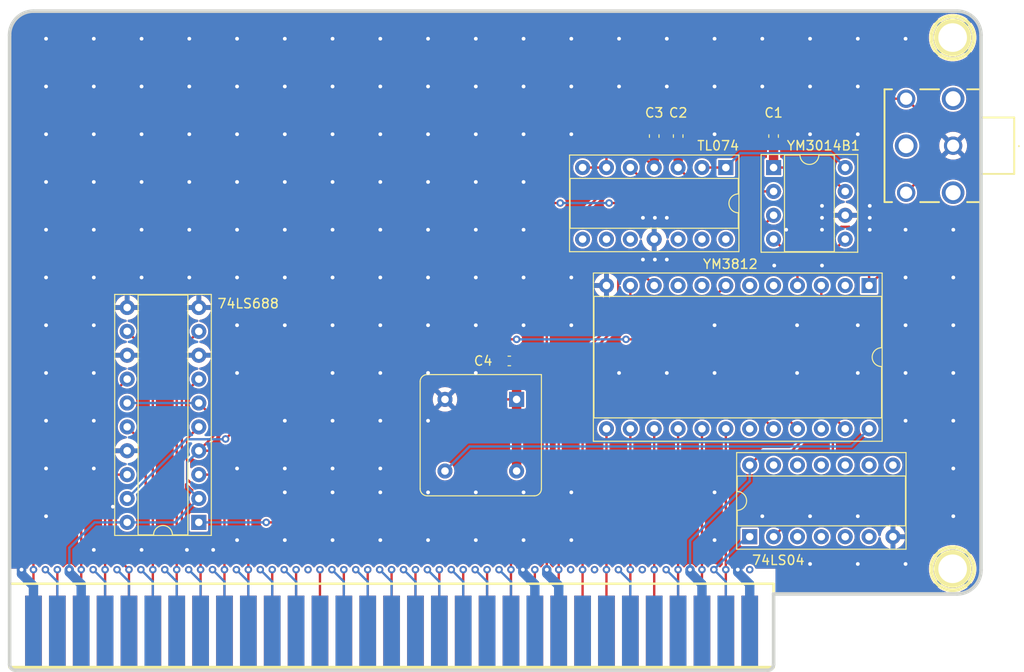
<source format=kicad_pcb>
(kicad_pcb (version 20211014) (generator pcbnew)
  (title_block (date "6 apr 2013"))
  (layers (0 "F.Cu" signal "Front") (1 "In1.Cu" signal) (2 "In2.Cu" signal) (31 "B.Cu" signal "Back") (34 "B.Paste" user) (35 "F.Paste" user) (36 "B.SilkS" user "B.Silkscreen") (37 "F.SilkS" user "F.Silkscreen") (38 "B.Mask" user) (39 "F.Mask" user) (44 "Edge.Cuts" user))
  (net 0 "")
  (net 1 "GND")
  (net 2 "RESET")
  (net 3 "VCC")
  (net 4 "~{RESET}")
  (net 6 "~{CS}")
  (net 9 "RB")
  (net 10 "VP")
  (net 11 "unconnected-(J1-Pad4)")
  (net 12 "IOW")
  (net 13 "IOR")
  (net 14 "unconnected-(J1-Pad6)")
  (net 15 "unconnected-(J1-Pad11)")
  (net 16 "unconnected-(J1-Pad12)")
  (net 17 "unconnected-(J1-Pad15)")
  (net 19 "unconnected-(J1-Pad16)")
  (net 20 "unconnected-(J1-Pad17)")
  (net 21 "unconnected-(J1-Pad18)")
  (net 22 "unconnected-(J1-Pad20)")
  (net 23 "unconnected-(J1-Pad21)")
  (net 24 "unconnected-(J1-Pad22)")
  (net 25 "unconnected-(J1-Pad23)")
  (net 26 "unconnected-(J1-Pad24)")
  (net 27 "unconnected-(J1-Pad25)")
  (net 28 "unconnected-(J1-Pad26)")
  (net 30 "D7")
  (net 31 "D6")
  (net 32 "D5")
  (net 33 "D4")
  (net 34 "D3")
  (net 35 "D2")
  (net 36 "D1")
  (net 37 "D0")
  (net 38 "unconnected-(J1-Pad27)")
  (net 39 "AEN")
  (net 40 "unconnected-(J1-Pad28)")
  (net 41 "unconnected-(J1-Pad30)")
  (net 42 "unconnected-(J1-Pad41)")
  (net 43 "unconnected-(J1-Pad43)")
  (net 44 "unconnected-(J1-Pad44)")
  (net 45 "unconnected-(J1-Pad45)")
  (net 46 "unconnected-(J1-Pad46)")
  (net 47 "unconnected-(J1-Pad47)")
  (net 48 "unconnected-(J1-Pad48)")
  (net 49 "unconnected-(J1-Pad49)")
  (net 50 "A9")
  (net 51 "A8")
  (net 52 "A7")
  (net 53 "A6")
  (net 54 "A5")
  (net 55 "A4")
  (net 56 "A3")
  (net 57 "A2")
  (net 58 "A1")
  (net 59 "A0")
  (net 60 "unconnected-(J1-Pad50)")
  (net 61 "unconnected-(J1-Pad51)")
  (net 62 "unconnected-(J1-Pad52)")
  (net 63 "OUT")
  (net 64 "MP")
  (net 65 "ToBUFF")
  (net 66 "CLK358")
  (net 67 "DAC_SYNC")
  (net 68 "DAC_DATA")
  (net 69 "DAC_CLK")
  (net 71 "~{IOW}")
  (net 72 "~{IOR}")
  (footprint "HOLE_3MM" (layer "F.Cu") (at 185.35 70.9975)
    (fp_text reference "HOLE1" hide)
    (fp_text value "CONN_1" hide)
  )
  (footprint "HOLE_3MM" (layer "F.Cu") (at 185.35 127.5125)
    (fp_text reference "HOLE2" hide)
    (fp_text value "CONN_1" hide)
  )
  (footprint "Capacitor_SMD:C_0603_1608Metric" (layer "F.Cu") (at 156.15 81.475 90)
    (fp_text reference "C2")
    (fp_text value "10uF")
  )
  (footprint "Capacitor_SMD:C_0603_1608Metric" (layer "F.Cu") (at 166.3 81.475 90)
    (fp_text reference "C1")
    (fp_text value "10uF")
  )
  (footprint "Connector:Conn_Bus_ISA8" (layer "F.Cu") (at 125.66 134.18)
    (fp_text reference "J1" hide)
    (fp_text value "Bus_ISA_8bit" hide)
  )
  (footprint "Package_DIP:DIP-8_W7.62mm_Socket" (layer "F.Cu") (at 166.3 84.825)
    (fp_text reference "YM3014B1")
    (fp_text value "Conn_02x04_Counter_Clockwise")
  )
  (footprint "Capacitor_SMD:C_0603_1608Metric" (layer "F.Cu") (at 138.185 105.4 180)
    (fp_text reference "C4")
    (fp_text value "10uF")
  )
  (footprint "Library:STX31003N" (layer "F.Cu") (at 185.4 82.5 180)
    (fp_text reference "J3" hide)
    (fp_text value "Conn_02x03_Counter_Clockwise" hide)
  )
  (footprint "Package_DIP:DIP-20_W7.62mm_Socket" (layer "F.Cu") (at 105.15 122.575 180)
    (fp_text reference "74LS688")
    (fp_text value "74LS688")
  )
  (footprint "Capacitor_SMD:C_0603_1608Metric" (layer "F.Cu") (at 153.6 81.475 90)
    (fp_text reference "C3")
    (fp_text value "10uF")
  )
  (footprint "Oscillator:Oscillator_DIP-8" (layer "F.Cu") (at 138.96 109.49 180)
    (fp_text reference "X1" hide)
    (fp_text value "CXO_DIP8")
  )
  (footprint "Package_DIP:DIP-14_W7.62mm_Socket" (layer "F.Cu") (at 163.76 124.1 90)
    (fp_text reference "74LS04")
    (fp_text value "74LS04")
  )
  (footprint "Package_DIP:DIP-14_W7.62mm_Socket" (layer "F.Cu") (at 161.22 84.825 -90)
    (fp_text reference "TL074")
    (fp_text value "TL074")
  )
  (footprint "Package_DIP:DIP-24_W15.24mm_Socket" (layer "F.Cu") (at 176.46 97.375 -90)
    (fp_text reference "YM3812")
    (fp_text value "Conn_02x12_Counter_Clockwise")
  )
  (gr_arc (start 188.363949 127.6475) (mid 187.62 129.443551) (end 185.823949 130.1875) (layer "Edge.Cuts") (width 0.381))
  (gr_arc (start 85.655 138.3075) (mid 85.205987 138.121513) (end 85.02 137.6725) (layer "Edge.Cuts") (width 0.381))
  (gr_arc (start 85.02 70.7275) (mid 85.763949 68.931449) (end 87.56 68.1875) (layer "Edge.Cuts") (width 0.381))
  (gr_line (start 185.823949 68.1875) (end 87.56 68.1875) (layer "Edge.Cuts") (width 0.381))
  (gr_line (start 85.655 138.3075) (end 165.665 138.3075) (layer "Edge.Cuts") (width 0.381))
  (gr_line (start 185.823949 130.1875) (end 166.3 130.1875) (layer "Edge.Cuts") (width 0.381))
  (gr_arc (start 166.3 137.6725) (mid 166.114013 138.121513) (end 165.665 138.3075) (layer "Edge.Cuts") (width 0.381))
  (gr_line (start 85.02 137.6725) (end 85.02 70.7275) (layer "Edge.Cuts") (width 0.381))
  (gr_line (start 188.363949 127.6475) (end 188.363949 70.7275) (layer "Edge.Cuts") (width 0.381))
  (gr_line (start 166.3 137.6725) (end 166.3 130.1875) (layer "Edge.Cuts") (width 0.381))
  (gr_arc (start 185.823949 68.1875) (mid 187.62 68.931449) (end 188.363949 70.7275) (layer "Edge.Cuts") (width 0.381))
  (via (at 152.33 127.6) (size 0.8) (drill 0.4) (layers "F.Cu" "B.Cu") (net 0))
  (via (at 116.77 127.6) (size 0.8) (drill 0.4) (layers "F.Cu" "B.Cu") (net 0))
  (via (at 144.71 127.6) (size 0.8) (drill 0.4) (layers "F.Cu" "B.Cu") (net 0))
  (via (at 163.76 127.6) (size 0.8) (drill 0.4) (layers "F.Cu" "B.Cu") (net 0))
  (via (at 147.25 127.6) (size 0.8) (drill 0.4) (layers "F.Cu" "B.Cu") (net 0))
  (via (at 139.7 71.12) (size 0.8) (drill 0.4) (layers "F.Cu" "B.Cu") (net 1))
  (via (at 129.54 124.46) (size 0.8) (drill 0.4) (layers "F.Cu" "B.Cu") (net 1))
  (via (at 129.54 119.38) (size 0.8) (drill 0.4) (layers "F.Cu" "B.Cu") (net 1))
  (via (at 154.94 76.2) (size 0.8) (drill 0.4) (layers "F.Cu" "B.Cu") (net 1))
  (via (at 180.34 127) (size 0.8) (drill 0.4) (layers "F.Cu" "B.Cu") (net 1))
  (via (at 154.94 106.68) (size 0.8) (drill 0.4) (layers "F.Cu" "B.Cu") (net 1))
  (via (at 185.42 91.44) (size 0.8) (drill 0.4) (layers "F.Cu" "B.Cu") (net 1))
  (via (at 114.3 119.38) (size 0.8) (drill 0.4) (layers "F.Cu" "B.Cu") (net 1))
  (via (at 171.45 95.25) (size 0.8) (drill 0.4) (layers "F.Cu" "B.Cu") (net 1))
  (via (at 176.53 88.9) (size 0.8) (drill 0.4) (layers "F.Cu" "B.Cu") (net 1))
  (via (at 93.98 71.12) (size 0.8) (drill 0.4) (layers "F.Cu" "B.Cu") (net 1))
  (via (at 124.46 96.52) (size 0.8) (drill 0.4) (layers "F.Cu" "B.Cu") (net 1))
  (via (at 160.02 101.6) (size 0.8) (drill 0.4) (layers "F.Cu" "B.Cu") (net 1))
  (via (at 114.3 81.28) (size 0.8) (drill 0.4) (layers "F.Cu" "B.Cu") (net 1))
  (via (at 99.06 81.28) (size 0.8) (drill 0.4) (layers "F.Cu" "B.Cu") (net 1))
  (via (at 152.4 94.615) (size 0.8) (drill 0.4) (layers "F.Cu" "B.Cu") (net 1))
  (via (at 139.7 86.36) (size 0.8) (drill 0.4) (layers "F.Cu" "B.Cu") (net 1))
  (via (at 154.94 94.615) (size 0.8) (drill 0.4) (layers "F.Cu" "B.Cu") (net 1))
  (via (at 180.34 101.6) (size 0.8) (drill 0.4) (layers "F.Cu" "B.Cu") (net 1))
  (via (at 175.26 106.68) (size 0.8) (drill 0.4) (layers "F.Cu" "B.Cu") (net 1))
  (via (at 119.38 106.68) (size 0.8) (drill 0.4) (layers "F.Cu" "B.Cu") (net 1))
  (via (at 175.26 81.28) (size 0.8) (drill 0.4) (layers "F.Cu" "B.Cu") (net 1))
  (via (at 114.3 111.76) (size 0.8) (drill 0.4) (layers "F.Cu" "B.Cu") (net 1))
  (via (at 153.67 90.17) (size 0.8) (drill 0.4) (layers "F.Cu" "B.Cu") (net 1))
  (via (at 160.02 119.38) (size 0.8) (drill 0.4) (layers "F.Cu" "B.Cu") (net 1))
  (via (at 134.62 71.12) (size 0.8) (drill 0.4) (layers "F.Cu" "B.Cu") (net 1))
  (via (at 99.06 71.12) (size 0.8) (drill 0.4) (layers "F.Cu" "B.Cu") (net 1))
  (via (at 99.06 86.36) (size 0.8) (drill 0.4) (layers "F.Cu" "B.Cu") (net 1))
  (via (at 185.42 116.84) (size 0.8) (drill 0.4) (layers "F.Cu" "B.Cu") (net 1))
  (via (at 139.63 127.6) (size 0.8) (drill 0.4) (layers "F.Cu" "B.Cu") (net 1))
  (via (at 93.98 76.2) (size 0.8) (drill 0.4) (layers "F.Cu" "B.Cu") (net 1))
  (via (at 93.98 86.36) (size 0.8) (drill 0.4) (layers "F.Cu" "B.Cu") (net 1))
  (via (at 99.06 91.44) (size 0.8) (drill 0.4) (layers "F.Cu" "B.Cu") (net 1))
  (via (at 129.54 81.28) (size 0.8) (drill 0.4) (layers "F.Cu" "B.Cu") (net 1))
  (via (at 93.98 81.28) (size 0.8) (drill 0.4) (layers "F.Cu" "B.Cu") (net 1))
  (via (at 88.9 81.28) (size 0.8) (drill 0.4) (layers "F.Cu" "B.Cu") (net 1))
  (via (at 88.9 116.84) (size 0.8) (drill 0.4) (layers "F.Cu" "B.Cu") (net 1))
  (via (at 160.02 124.46) (size 0.8) (drill 0.4) (layers "F.Cu" "B.Cu") (net 1))
  (via (at 93.98 106.68) (size 0.8) (drill 0.4) (layers "F.Cu" "B.Cu") (net 1))
  (via (at 134.62 91.44) (size 0.8) (drill 0.4) (layers "F.Cu" "B.Cu") (net 1))
  (via (at 109.22 116.84) (size 0.8) (drill 0.4) (layers "F.Cu" "B.Cu") (net 1))
  (via (at 96.012 120.904) (size 0.8) (drill 0.4) (layers "F.Cu" "B.Cu") (net 1))
  (via (at 119.38 101.6) (size 0.8) (drill 0.4) (layers "F.Cu" "B.Cu") (net 1))
  (via (at 139.7 96.52) (size 0.8) (drill 0.4) (layers "F.Cu" "B.Cu") (net 1))
  (via (at 170.18 127) (size 0.8) (drill 0.4) (layers "F.Cu" "B.Cu") (net 1))
  (via (at 93.98 96.52) (size 0.8) (drill 0.4) (layers "F.Cu" "B.Cu") (net 1))
  (via (at 153.67 94.615) (size 0.8) (drill 0.4) (layers "F.Cu" "B.Cu") (net 1))
  (via (at 134.62 76.2) (size 0.8) (drill 0.4) (layers "F.Cu" "B.Cu") (net 1))
  (via (at 88.9 121.92) (size 0.8) (drill 0.4) (layers "F.Cu" "B.Cu") (net 1))
  (via (at 185.42 106.68) (size 0.8) (drill 0.4) (layers "F.Cu" "B.Cu") (net 1))
  (via (at 114.3 116.84) (size 0.8) (drill 0.4) (layers "F.Cu" "B.Cu") (net 1))
  (via (at 168.8 106.68) (size 0.8) (drill 0.4) (layers "F.Cu" "B.Cu") (net 1))
  (via (at 144.78 81.28) (size 0.8) (drill 0.4) (layers "F.Cu" "B.Cu") (net 1))
  (via (at 160.02 76.2) (size 0.8) (drill 0.4) (layers "F.Cu" "B.Cu") (net 1))
  (via (at 124.46 76.2) (size 0.8) (drill 0.4) (layers "F.Cu" "B.Cu") (net 1))
  (via (at 88.9 111.76) (size 0.8) (drill 0.4) (layers "F.Cu" "B.Cu") (net 1))
  (via (at 119.38 86.36) (size 0.8) (drill 0.4) (layers "F.Cu" "B.Cu") (net 1))
  (via (at 129.54 101.6) (size 0.8) (drill 0.4) (layers "F.Cu" "B.Cu") (net 1))
  (via (at 170.18 71.12) (size 0.8) (drill 0.4) (layers "F.Cu" "B.Cu") (net 1))
  (via (at 144.78 71.12) (size 0.8) (drill 0.4) (layers "F.Cu" "B.Cu") (net 1))
  (via (at 166.37 95.25) (size 0.8) (drill 0.4) (layers "F.Cu" "B.Cu") (net 1))
  (via (at 185.42 101.6) (size 0.8) (drill 0.4) (layers "F.Cu" "B.Cu") (net 1))
  (via (at 124.46 116.84) (size 0.8) (drill 0.4) (layers "F.Cu" "B.Cu") (net 1))
  (via (at 114.3 91.44) (size 0.8) (drill 0.4) (layers "F.Cu" "B.Cu") (net 1))
  (via (at 165.1 71.12) (size 0.8) (drill 0.4) (layers "F.Cu" "B.Cu") (net 1))
  (via (at 119.38 71.12) (size 0.8) (drill 0.4) (layers "F.Cu" "B.Cu") (net 1))
  (via (at 109.22 71.12) (size 0.8) (drill 0.4) (layers "F.Cu" "B.Cu") (net 1))
  (via (at 168.8 101.6) (size 0.8) (drill 0.4) (layers "F.Cu" "B.Cu") (net 1))
  (via (at 88.9 76.2) (size 0.8) (drill 0.4) (layers "F.Cu" "B.Cu") (net 1))
  (via (at 144.78 124.46) (size 0.8) (drill 0.4) (layers "F.Cu" "B.Cu") (net 1))
  (via (at 180.34 111.76) (size 0.8) (drill 0.4) (layers "F.Cu" "B.Cu") (net 1))
  (via (at 114.3 76.2) (size 0.8) (drill 0.4) (layers "F.Cu" "B.Cu") (net 1))
  (via (at 139.7 101.6) (size 0.8) (drill 0.4) (layers "F.Cu" "B.Cu") (net 1))
  (via (at 134.62 96.52) (size 0.8) (drill 0.4) (layers "F.Cu" "B.Cu") (net 1))
  (via (at 88.9 96.52) (size 0.8) (drill 0.4) (layers "F.Cu" "B.Cu") (net 1))
  (via (at 185.42 96.52) (size 0.8) (drill 0.4) (layers "F.Cu" "B.Cu") (net 1))
  (via (at 171.45 90.17) (size 0.8) (drill 0.4) (layers "F.Cu" "B.Cu") (net 1))
  (via (at 176.53 91.44) (size 0.8) (drill 0.4) (layers "F.Cu" "B.Cu") (net 1))
  (via (at 99.06 76.2) (size 0.8) (drill 0.4) (layers "F.Cu" "B.Cu") (net 1))
  (via (at 139.7 76.2) (size 0.8) (drill 0.4) (layers "F.Cu" "B.Cu") (net 1))
  (via (at 119.38 81.28) (size 0.8) (drill 0.4) (layers "F.Cu" "B.Cu") (net 1))
  (via (at 124.46 71.12) (size 0.8) (drill 0.4) (layers "F.Cu" "B.Cu") (net 1))
  (via (at 109.22 76.2) (size 0.8) (drill 0.4) (layers "F.Cu" "B.Cu") (net 1))
  (via (at 114.3 124.46) (size 0.8) (drill 0.4) (layers "F.Cu" "B.Cu") (net 1))
  (via (at 104.14 76.2) (size 0.8) (drill 0.4) (layers "F.Cu" "B.Cu") (net 1))
  (via (at 119.38 116.84) (size 0.8) (drill 0.4) (layers "F.Cu" "B.Cu") (net 1))
  (via (at 134.62 101.6) (size 0.8) (drill 0.4) (layers "F.Cu" "B.Cu") (net 1))
  (via (at 93.98 101.6) (size 0.8) (drill 0.4) (layers "F.Cu" "B.Cu") (net 1))
  (via (at 175.26 127) (size 0.8) (drill 0.4) (layers "F.Cu" "B.Cu") (net 1))
  (via (at 185.42 111.76) (size 0.8) (drill 0.4) (layers "F.Cu" "B.Cu") (net 1))
  (via (at 134.62 86.36) (size 0.8) (drill 0.4) (layers "F.Cu" "B.Cu") (net 1))
  (via (at 124.46 111.76) (size 0.8) (drill 0.4) (layers "F.Cu" "B.Cu") (net 1))
  (via (at 170.18 81.28) (size 0.8) (drill 0.4) (layers "F.Cu" "B.Cu") (net 1))
  (via (at 160.02 106.68) (size 0.8) (drill 0.4) (layers "F.Cu" "B.Cu") (net 1))
  (via (at 93.98 116.84) (size 0.8) (drill 0.4) (layers "F.Cu" "B.Cu") (net 1))
  (via (at 129.54 111.76) (size 0.8) (drill 0.4) (layers "F.Cu" "B.Cu") (net 1))
  (via (at 104.14 96.52) (size 0.8) (drill 0.4) (layers "F.Cu" "B.Cu") (net 1))
  (via (at 99.06 96.52) (size 0.8) (drill 0.4) (layers "F.Cu" "B.Cu") (net 1))
  (via (at 99.06 125.5) (size 0.8) (drill 0.4) (layers "F.Cu" "B.Cu") (net 1))
  (via (at 144.78 119.38) (size 0.8) (drill 0.4) (layers "F.Cu" "B.Cu") (net 1))
  (via (at 104.14 86.36) (size 0.8) (drill 0.4) (layers "F.Cu" "B.Cu") (net 1))
  (via (at 129.54 71.12) (size 0.8) (drill 0.4) (layers "F.Cu" "B.Cu") (net 1))
  (via (at 114.3 101.6) (size 0.8) (drill 0.4) (layers "F.Cu" "B.Cu") (net 1))
  (via (at 149.86 71.12) (size 0.8) (drill 0.4) (layers "F.Cu" "B.Cu") (net 1))
  (via (at 86.29 127.6) (size 0.8) (drill 0.4) (layers "F.Cu" "B.Cu") (net 1))
  (via (at 162.49 127.6) (size 0.8) (drill 0.4) (layers "F.Cu" "B.Cu") (net 1))
  (via (at 124.46 101.6) (size 0.8) (drill 0.4) (layers "F.Cu" "B.Cu") (net 1))
  (via (at 88.9 91.44) (size 0.8) (drill 0.4) (layers "F.Cu" "B.Cu") (net 1))
  (via (at 180.34 106.68) (size 0.8) (drill 0.4) (layers "F.Cu" "B.Cu") (net 1))
  (via (at 109.22 96.52) (size 0.8) (drill 0.4) (layers "F.Cu" "B.Cu") (net 1))
  (via (at 124.46 119.38) (size 0.8) (drill 0.4) (layers "F.Cu" "B.Cu") (net 1))
  (via (at 134.62 119.38) (size 0.8) (drill 0.4) (layers "F.Cu" "B.Cu") (net 1))
  (via (at 88.9 71.12) (size 0.8) (drill 0.4) (layers "F.Cu" "B.Cu") (net 1))
  (via (at 124.46 86.36) (size 0.8) (drill 0.4) (layers "F.Cu" "B.Cu") (net 1))
  (via (at 119.38 76.2) (size 0.8) (drill 0.4) (layers "F.Cu" "B.Cu") (net 1))
  (via (at 167.64 91.44) (size 0.8) (drill 0.4) (layers "F.Cu" "B.Cu") (net 1))
  (via (at 109.22 106.68) (size 0.8) (drill 0.4) (layers "F.Cu" "B.Cu") (net 1))
  (via (at 103.886 125.5) (size 0.8) (drill 0.4) (layers "F.Cu" "B.Cu") (net 1))
  (via (at 119.38 124.46) (size 0.8) (drill 0.4) (layers "F.Cu" "B.Cu") (net 1))
  (via (at 129.54 96.52) (size 0.8) (drill 0.4) (layers "F.Cu" "B.Cu") (net 1))
  (via (at 104.14 71.12) (size 0.8) (drill 0.4) (layers "F.Cu" "B.Cu") (net 1))
  (via (at 171.45 88.9) (size 0.8) (drill 0.4) (layers "F.Cu" "B.Cu") (net 1))
  (via (at 170.18 121.92) (size 0.8) (drill 0.4) (layers "F.Cu" "B.Cu") (net 1))
  (via (at 165.1 121.92) (size 0.8) (drill 0.4) (layers "F.Cu" "B.Cu") (net 1))
  (via (at 185.42 121.92) (size 0.8) (drill 0.4) (layers "F.Cu" "B.Cu") (net 1))
  (via (at 129.54 86.36) (size 0.8) (drill 0.4) (layers "F.Cu" "B.Cu") (net 1))
  (via (at 160.02 81.28) (size 0.8) (drill 0.4) (layers "F.Cu" "B.Cu") (net 1))
  (via (at 152.4 90.17) (size 0.8) (drill 0.4) (layers "F.Cu" "B.Cu") (net 1))
  (via (at 175.26 76.2) (size 0.8) (drill 0.4) (layers "F.Cu" "B.Cu") (net 1))
  (via (at 129.54 76.2) (size 0.8) (drill 0.4) (layers "F.Cu" "B.Cu") (net 1))
  (via (at 109.22 81.28) (size 0.8) (drill 0.4) (layers "F.Cu" "B.Cu") (net 1))
  (via (at 109.22 91.44) (size 0.8) (drill 0.4) (layers "F.Cu" "B.Cu") (net 1))
  (via (at 129.54 91.44) (size 0.8) (drill 0.4) (layers "F.Cu" "B.Cu") (net 1))
  (via (at 149.86 106.68) (size 0.8) (drill 0.4) (layers "F.Cu" "B.Cu") (net 1))
  (via (at 93.98 125.5) (size 0.8) (drill 0.4) (layers "F.Cu" "B.Cu") (net 1))
  (via (at 176.53 90.17) (size 0.8) (drill 0.4) (layers "F.Cu" "B.Cu") (net 1))
  (via (at 180.34 91.44) (size 0.8) (drill 0.4) (layers "F.Cu" "B.Cu") (net 1))
  (via (at 170.18 76.2) (size 0.8) (drill 0.4) (layers "F.Cu" "B.Cu") (net 1))
  (via (at 175.26 101.6) (size 0.8) (drill 0.4) (layers "F.Cu" "B.Cu") (net 1))
  (via (at 134.62 81.28) (size 0.8) (drill 0.4) (layers "F.Cu" "B.Cu") (net 1))
  (via (at 119.38 119.38) (size 0.8) (drill 0.4) (layers "F.Cu" "B.Cu") (net 1))
  (via (at 124.46 91.44) (size 0.8) (drill 0.4) (layers "F.Cu" "B.Cu") (net 1))
  (via (at 180.34 71.12) (size 0.8) (drill 0.4) (layers "F.Cu" "B.Cu") (net 1))
  (via (at 119.38 96.52) (size 0.8) (drill 0.4) (layers "F.Cu" "B.Cu") (net 1))
  (via (at 129.54 106.68) (size 0.8) (drill 0.4) (layers "F.Cu" "B.Cu") (net 1))
  (via (at 160.02 71.12) (size 0.8) (drill 0.4) (layers "F.Cu" "B.Cu") (net 1))
  (via (at 180.34 96.52) (size 0.8) (drill 0.4) (layers "F.Cu" "B.Cu") (net 1))
  (via (at 139.7 81.28) (size 0.8) (drill 0.4) (layers "F.Cu" "B.Cu") (net 1))
  (via (at 93.98 111.76) (size 0.8) (drill 0.4) (layers "F.Cu" "B.Cu") (net 1))
  (via (at 93.98 91.44) (size 0.8) (drill 0.4) (layers "F.Cu" "B.Cu") (net 1))
  (via (at 119.38 111.76) (size 0.8) (drill 0.4) (layers "F.Cu" "B.Cu") (net 1))
  (via (at 154.94 71.12) (size 0.8) (drill 0.4) (layers "F.Cu" "B.Cu") (net 1))
  (via (at 114.3 86.36) (size 0.8) (drill 0.4) (layers "F.Cu" "B.Cu") (net 1))
  (via (at 88.9 86.36) (size 0.8) (drill 0.4) (layers "F.Cu" "B.Cu") (net 1))
  (via (at 139.7 91.44) (size 0.8) (drill 0.4) (layers "F.Cu" "B.Cu") (net 1))
  (via (at 114.3 96.52) (size 0.8) (drill 0.4) (layers "F.Cu" "B.Cu") (net 1))
  (via (at 144.78 96.52) (size 0.8) (drill 0.4) (layers "F.Cu" "B.Cu") (net 1))
  (via (at 175.26 121.92) (size 0.8) (drill 0.4) (layers "F.Cu" "B.Cu") (net 1))
  (via (at 165.1 76.2) (size 0.8) (drill 0.4) (layers "F.Cu" "B.Cu") (net 1))
  (via (at 144.78 101.6) (size 0.8) (drill 0.4) (layers "F.Cu" "B.Cu") (net 1))
  (via (at 104.14 91.44) (size 0.8) (drill 0.4) (layers "F.Cu" "B.Cu") (net 1))
  (via (at 144.78 76.2) (size 0.8) (drill 0.4) (layers "F.Cu" "B.Cu") (net 1))
  (via (at 175.26 71.12) (size 0.8) (drill 0.4) (layers "F.Cu" "B.Cu") (net 1))
  (via (at 104.14 81.28) (size 0.8) (drill 0.4) (layers "F.Cu" "B.Cu") (net 1))
  (via (at 149.86 76.2) (size 0.8) (drill 0.4) (layers "F.Cu" "B.Cu") (net 1))
  (via (at 171.45 91.44) (size 0.8) (drill 0.4) (layers "F.Cu" "B.Cu") (net 1))
  (via (at 88.9 101.6) (size 0.8) (drill 0.4) (layers "F.Cu" "B.Cu") (net 1))
  (via (at 124.46 124.46) (size 0.8) (drill 0.4) (layers "F.Cu" "B.Cu") (net 1))
  (via (at 154.94 90.17) (size 0.8) (drill 0.4) (layers "F.Cu" "B.Cu") (net 1))
  (via (at 106.68 125.5) (size 0.8) (drill 0.4) (layers "F.Cu" "B.Cu") (net 1))
  (via (at 109.22 101.6) (size 0.8) (drill 0.4) (layers "F.Cu" "B.Cu") (net 1))
  (via (at 124.46 106.68) (size 0.8) (drill 0.4) (layers "F.Cu" "B.Cu") (net 1))
  (via (at 109.22 86.36) (size 0.8) (drill 0.4) (layers "F.Cu" "B.Cu") (net 1))
  (via (at 114.3 71.12) (size 0.8) (drill 0.4) (layers "F.Cu" "B.Cu") (net 1))
  (via (at 134.62 106.68) (size 0.8) (drill 0.4) (layers "F.Cu" "B.Cu") (net 1))
  (via (at 109.22 124.46) (size 0.8) (drill 0.4) (layers "F.Cu" "B.Cu") (net 1))
  (via (at 139.7 119.38) (size 0.8) (drill 0.4) (layers "F.Cu" "B.Cu") (net 1))
  (via (at 134.62 124.46) (size 0.8) (drill 0.4) (layers "F.Cu" "B.Cu") (net 1))
  (via (at 139.7 124.46) (size 0.8) (drill 0.4) (layers "F.Cu" "B.Cu") (net 1))
  (via (at 88.9 106.68) (size 0.8) (drill 0.4) (layers "F.Cu" "B.Cu") (net 1))
  (via (at 119.38 91.44) (size 0.8) (drill 0.4) (layers "F.Cu" "B.Cu") (net 1))
  (via (at 124.46 81.28) (size 0.8) (drill 0.4) (layers "F.Cu" "B.Cu") (net 1))
  (segment (start 86.29 127.6) (end 86.29 124.53) (width 1) (layer "B.Cu") (net 1))
  (segment (start 87.56 129.34) (end 86.29 128.07) (width 1) (layer "B.Cu") (net 1))
  (segment (start 139.63 127.884944) (end 139.63 127.6) (width 1) (layer "B.Cu") (net 1))
  (segment (start 139.63 124.53) (end 139.7 124.46) (width 1) (layer "B.Cu") (net 1))
  (segment (start 140.9 129.154944) (end 139.63 127.884944) (width 1) (layer "B.Cu") (net 1))
  (segment (start 86.29 124.53) (end 88.9 121.92) (width 1) (layer "B.Cu") (net 1))
  (segment (start 140.9 134.18) (end 140.9 129.154944) (width 1) (layer "B.Cu") (net 1))
  (segment (start 163.76 129.154944) (end 162.49 127.884944) (width 1) (layer "B.Cu") (net 1))
  (segment (start 169.680489 126.500489) (end 170.18 127) (width 1) (layer "B.Cu") (net 1))
  (segment (start 86.29 128.07) (end 86.29 127.6) (width 1) (layer "B.Cu") (net 1))
  (segment (start 162.49 127.884944) (end 162.49 127.6) (width 1) (layer "B.Cu") (net 1))
  (segment (start 139.63 127.6) (end 139.63 124.53) (width 1) (layer "B.Cu") (net 1))
  (segment (start 162.49 127.6) (end 162.49 127.315056) (width 1) (layer "B.Cu") (net 1))
  (segment (start 163.304567 126.500489) (end 169.680489 126.500489) (width 1) (layer "B.Cu") (net 1))
  (segment (start 162.49 127.315056) (end 163.304567 126.500489) (width 1) (layer "B.Cu") (net 1))
  (segment (start 163.76 134.18) (end 163.76 129.154944) (width 1) (layer "B.Cu") (net 1))
  (segment (start 87.56 134.18) (end 87.56 129.34) (width 1) (layer "B.Cu") (net 1))
  (via (at 159.95 127.6) (size 0.8) (drill 0.4) (layers "F.Cu" "B.Cu") (net 2))
  (segment (start 163.45 124.1) (end 163.76 124.1) (width 0.25) (layer "B.Cu") (net 2))
  (segment (start 161.22 134.18) (end 161.22 128.87) (width 0.25) (layer "B.Cu") (net 2))
  (segment (start 159.95 127.6) (end 163.45 124.1) (width 0.25) (layer "B.Cu") (net 2))
  (segment (start 161.22 128.87) (end 159.95 127.6) (width 0.25) (layer "B.Cu") (net 2))
  (segment (start 173.41279 86.049511) (end 175.449511 86.049511) (width 0.25) (layer "F.Cu") (net 3))
  (segment (start 105.15 114.955) (end 130.745 114.955) (width 0.25) (layer "F.Cu") (net 3))
  (segment (start 166.3 84.825) (end 172.188279 84.825) (width 0.25) (layer "F.Cu") (net 3))
  (segment (start 105.15 109.875) (end 106.7 111.425) (width 0.25) (layer "F.Cu") (net 3))
  (segment (start 106.7 111.425) (end 106.7 113.405) (width 0.25) (layer "F.Cu") (net 3))
  (segment (start 172.188279 84.825) (end 173.41279 86.049511) (width 0.25) (layer "F.Cu") (net 3))
  (segment (start 136.21 109.49) (end 138.96 109.49) (width 0.25) (layer "F.Cu") (net 3))
  (segment (start 138.96 117.11) (end 138.96 109.49) (width 1) (layer "F.Cu") (net 3))
  (segment (start 166.3 84.825) (end 166.3 82.25) (width 1) (layer "F.Cu") (net 3))
  (segment (start 106.7 113.405) (end 105.15 114.955) (width 0.25) (layer "F.Cu") (net 3))
  (segment (start 175.449511 86.049511) (end 177.6 88.2) (width 0.25) (layer "F.Cu") (net 3))
  (segment (start 170.064511 113.135489) (end 168.2 115) (width 0.25) (layer "F.Cu") (net 3))
  (segment (start 168.2 115) (end 165.24 115) (width 0.25) (layer "F.Cu") (net 3))
  (segment (start 177.6 96.235) (end 176.46 97.375) (width 0.25) (layer "F.Cu") (net 3))
  (segment (start 170.064511 94.568768) (end 170.064511 113.135489) (width 0.25) (layer "F.Cu") (net 3))
  (segment (start 130.745 114.955) (end 136.21 109.49) (width 0.25) (layer "F.Cu") (net 3))
  (segment (start 173.503768 91.129511) (end 170.064511 94.568768) (width 0.25) (layer "F.Cu") (net 3))
  (segment (start 165.24 115) (end 163.76 116.48) (width 0.25) (layer "F.Cu") (net 3))
  (segment (start 174.336232 91.129511) (end 173.503768 91.129511) (width 0.25) (layer "F.Cu") (net 3))
  (segment (start 177.6 88.2) (end 177.6 96.235) (width 0.25) (layer "F.Cu") (net 3))
  (segment (start 176.46 97.375) (end 176.46 93.253279) (width 0.25) (layer "F.Cu") (net 3))
  (segment (start 138.96 109.49) (end 138.96 105.4) (width 1) (layer "F.Cu") (net 3))
  (segment (start 176.46 93.253279) (end 174.336232 91.129511) (width 0.25) (layer "F.Cu") (net 3))
  (via (at 91.37 127.6) (size 0.8) (drill 0.4) (layers "F.Cu" "B.Cu") (net 3))
  (via (at 157.41 127.6) (size 0.8) (drill 0.4) (layers "F.Cu" "B.Cu") (net 3))
  (segment (start 94.075 122.575) (end 91.37 125.28) (width 0.25) (layer "B.Cu") (net 3))
  (segment (start 97.53 122.575) (end 94.075 122.575) (width 0.25) (layer "B.Cu") (net 3))
  (segment (start 103.925489 118.810489) (end 105.15 120.035) (width 0.25) (layer "B.Cu") (net 3))
  (segment (start 157.41 124.53) (end 157.41 127.6) (width 0.25) (layer "B.Cu") (net 3))
  (segment (start 97.53 109.875) (end 105.15 109.875) (width 0.25) (layer "B.Cu") (net 3))
  (segment (start 91.37 125.28) (end 91.37 127.6) (width 0.25) (layer "B.Cu") (net 3))
  (segment (start 92.64 134.18) (end 92.64 129.154944) (width 1) (layer "B.Cu") (net 3))
  (segment (start 103.925489 116.179511) (end 103.925489 118.810489) (width 0.25) (layer "B.Cu") (net 3))
  (segment (start 91.37 127.884944) (end 91.37 127.6) (width 1) (layer "B.Cu") (net 3))
  (segment (start 105.15 114.955) (end 103.925489 116.179511) (width 0.25) (layer "B.Cu") (net 3))
  (segment (start 158.68 134.18) (end 158.68 129.154944) (width 1) (layer "B.Cu") (net 3))
  (segment (start 157.41 127.884944) (end 157.41 127.6) (width 1) (layer "B.Cu") (net 3))
  (segment (start 92.64 129.154944) (end 91.37 127.884944) (width 1) (layer "B.Cu") (net 3))
  (segment (start 102.61 122.575) (end 105.15 120.035) (width 0.25) (layer "B.Cu") (net 3))
  (segment (start 163.76 116.48) (end 163.76 118.18) (width 0.25) (layer "B.Cu") (net 3))
  (segment (start 163.76 118.18) (end 157.41 124.53) (width 0.25) (layer "B.Cu") (net 3))
  (segment (start 158.68 129.154944) (end 157.41 127.884944) (width 1) (layer "B.Cu") (net 3))
  (segment (start 97.53 122.575) (end 102.61 122.575) (width 0.25) (layer "B.Cu") (net 3))
  (segment (start 172.604511 117.795489) (end 166.3 124.1) (width 0.25) (layer "F.Cu") (net 4))
  (segment (start 172.604511 112.10779) (end 172.604511 117.795489) (width 0.25) (layer "F.Cu") (net 4))
  (segment (start 171.38 110.883279) (end 172.604511 112.10779) (width 0.25) (layer "F.Cu") (net 4))
  (segment (start 171.38 97.375) (end 171.38 110.883279) (width 0.25) (layer "F.Cu") (net 4))
  (segment (start 118.6 103.1) (end 108 113.7) (width 0.25) (layer "F.Cu") (net 6))
  (segment (start 155.495 103.1) (end 150.6 103.1) (width 0.25) (layer "F.Cu") (net 6))
  (segment (start 161.22 97.375) (end 155.495 103.1) (width 0.25) (layer "F.Cu") (net 6))
  (segment (start 138.96 103.1) (end 118.6 103.1) (width 0.25) (layer "F.Cu") (net 6))
  (via (at 108 113.7) (size 0.8) (drill 0.4) (layers "F.Cu" "B.Cu") (net 6))
  (via (at 150.6 103.1) (size 0.8) (drill 0.4) (layers "F.Cu" "B.Cu") (net 6))
  (via (at 138.96 103.1) (size 0.8) (drill 0.4) (layers "F.Cu" "B.Cu") (net 6))
  (segment (start 150.6 103.1) (end 138.96 103.1) (width 0.25) (layer "B.Cu") (net 6))
  (segment (start 97.53 120.035) (end 103.834511 113.730489) (width 0.25) (layer "B.Cu") (net 6))
  (segment (start 107.969511 113.730489) (end 108 113.7) (width 0.25) (layer "B.Cu") (net 6))
  (segment (start 103.834511 113.730489) (end 107.969511 113.730489) (width 0.25) (layer "B.Cu") (net 6))
  (segment (start 157.41 86.095) (end 156.14 84.825) (width 0.25) (layer "F.Cu") (net 9))
  (segment (start 172.65 86.095) (end 157.41 86.095) (width 0.25) (layer "F.Cu") (net 9))
  (segment (start 156.15 84.815) (end 156.14 84.825) (width 1) (layer "F.Cu") (net 9))
  (segment (start 156.15 82.25) (end 156.15 84.815) (width 1) (layer "F.Cu") (net 9))
  (segment (start 173.92 87.365) (end 172.65 86.095) (width 0.25) (layer "F.Cu") (net 9))
  (segment (start 152.075 83.3) (end 150.4 83.3) (width 0.25) (layer "F.Cu") (net 10))
  (segment (start 149.835489 83.864511) (end 149.835489 85.764511) (width 0.25) (layer "F.Cu") (net 10))
  (segment (start 153.6 84.825) (end 153.6 82.25) (width 1) (layer "F.Cu") (net 10))
  (segment (start 142.17 93.43) (end 142.17 127.6) (width 0.25) (layer "F.Cu") (net 10))
  (segment (start 149.835489 85.764511) (end 142.17 93.43) (width 0.25) (layer "F.Cu") (net 10))
  (segment (start 150.4 83.3) (end 149.835489 83.864511) (width 0.25) (layer "F.Cu") (net 10))
  (segment (start 153.6 84.825) (end 152.075 83.3) (width 0.25) (layer "F.Cu") (net 10))
  (via (at 142.17 127.6) (size 0.8) (drill 0.4) (layers "F.Cu" "B.Cu") (net 10))
  (segment (start 143.44 134.18) (end 143.44 129.296366) (width 1) (layer "B.Cu") (net 10))
  (segment (start 143.44 129.296366) (end 142.17 128.026366) (width 1) (layer "B.Cu") (net 10))
  (segment (start 142.17 128.026366) (end 142.17 127.6) (width 1) (layer "B.Cu") (net 10))
  (via (at 154.87 127.6) (size 0.8) (drill 0.4) (layers "F.Cu" "B.Cu") (net 11))
  (segment (start 156.14 134.18) (end 156.14 128.87) (width 0.25) (layer "B.Cu") (net 11))
  (segment (start 156.14 128.87) (end 154.87 127.6) (width 0.25) (layer "B.Cu") (net 11))
  (via (at 132.01 127.6) (size 0.8) (drill 0.4) (layers "F.Cu" "B.Cu") (net 12))
  (segment (start 133.28 134.18) (end 133.28 128.87) (width 0.25) (layer "B.Cu") (net 12))
  (segment (start 133.28 128.87) (end 132.01 127.6) (width 0.25) (layer "B.Cu") (net 12))
  (via (at 129.47 127.6) (size 0.8) (drill 0.4) (layers "F.Cu" "B.Cu") (net 13))
  (segment (start 130.74 128.87) (end 129.47 127.6) (width 0.25) (layer "B.Cu") (net 13))
  (segment (start 130.74 134.18) (end 130.74 128.87) (width 0.25) (layer "B.Cu") (net 13))
  (via (at 149.79 127.6) (size 0.8) (drill 0.4) (layers "F.Cu" "B.Cu") (net 14))
  (segment (start 151.06 134.18) (end 151.06 128.87) (width 0.25) (layer "B.Cu") (net 14))
  (segment (start 151.06 128.87) (end 149.79 127.6) (width 0.25) (layer "B.Cu") (net 14))
  (via (at 137.09 127.6) (size 0.8) (drill 0.4) (layers "F.Cu" "B.Cu") (net 15))
  (segment (start 138.36 128.87) (end 137.09 127.6) (width 0.25) (layer "B.Cu") (net 15))
  (segment (start 138.36 134.18) (end 138.36 128.87) (width 0.25) (layer "B.Cu") (net 15))
  (via (at 134.55 127.6) (size 0.8) (drill 0.4) (layers "F.Cu" "B.Cu") (net 16))
  (segment (start 135.82 134.18) (end 135.82 128.87) (width 0.25) (layer "B.Cu") (net 16))
  (segment (start 135.82 128.87) (end 134.55 127.6) (width 0.25) (layer "B.Cu") (net 16))
  (via (at 126.93 127.6) (size 0.8) (drill 0.4) (layers "F.Cu" "B.Cu") (net 17))
  (segment (start 128.2 134.18) (end 128.2 128.87) (width 0.25) (layer "B.Cu") (net 17))
  (segment (start 128.2 128.87) (end 126.93 127.6) (width 0.25) (layer "B.Cu") (net 17))
  (via (at 124.39 127.6) (size 0.8) (drill 0.4) (layers "F.Cu" "B.Cu") (net 19))
  (segment (start 125.66 134.18) (end 125.66 128.87) (width 0.25) (layer "B.Cu") (net 19))
  (segment (start 125.66 128.87) (end 124.39 127.6) (width 0.25) (layer "B.Cu") (net 19))
  (via (at 121.85 127.6) (size 0.8) (drill 0.4) (layers "F.Cu" "B.Cu") (net 20))
  (segment (start 123.12 128.87) (end 121.85 127.6) (width 0.25) (layer "B.Cu") (net 20))
  (segment (start 123.12 134.18) (end 123.12 128.87) (width 0.25) (layer "B.Cu") (net 20))
  (via (at 119.31 127.6) (size 0.8) (drill 0.4) (layers "F.Cu" "B.Cu") (net 21))
  (segment (start 120.58 128.87) (end 119.31 127.6) (width 0.25) (layer "B.Cu") (net 21))
  (segment (start 120.58 134.18) (end 120.58 128.87) (width 0.25) (layer "B.Cu") (net 21))
  (via (at 114.23 127.6) (size 0.8) (drill 0.4) (layers "F.Cu" "B.Cu") (net 22))
  (segment (start 115.5 134.18) (end 115.5 128.87) (width 0.25) (layer "B.Cu") (net 22))
  (segment (start 115.5 128.87) (end 114.23 127.6) (width 0.25) (layer "B.Cu") (net 22))
  (via (at 111.69 127.6) (size 0.8) (drill 0.4) (layers "F.Cu" "B.Cu") (net 23))
  (segment (start 112.96 134.18) (end 112.96 128.87) (width 0.25) (layer "B.Cu") (net 23))
  (segment (start 112.96 128.87) (end 111.69 127.6) (width 0.25) (layer "B.Cu") (net 23))
  (via (at 109.15 127.6) (size 0.8) (drill 0.4) (layers "F.Cu" "B.Cu") (net 24))
  (segment (start 110.42 134.18) (end 110.42 128.87) (width 0.25) (layer "B.Cu") (net 24))
  (segment (start 110.42 128.87) (end 109.15 127.6) (width 0.25) (layer "B.Cu") (net 24))
  (via (at 106.61 127.6) (size 0.8) (drill 0.4) (layers "F.Cu" "B.Cu") (net 25))
  (segment (start 107.88 128.87) (end 106.61 127.6) (width 0.25) (layer "B.Cu") (net 25))
  (segment (start 107.88 134.18) (end 107.88 128.87) (width 0.25) (layer "B.Cu") (net 25))
  (via (at 104.07 127.6) (size 0.8) (drill 0.4) (layers "F.Cu" "B.Cu") (net 26))
  (segment (start 105.34 134.18) (end 105.34 128.87) (width 0.25) (layer "B.Cu") (net 26))
  (segment (start 105.34 128.87) (end 104.07 127.6) (width 0.25) (layer "B.Cu") (net 26))
  (via (at 101.53 127.6) (size 0.8) (drill 0.4) (layers "F.Cu" "B.Cu") (net 27))
  (segment (start 102.8 128.87) (end 101.53 127.6) (width 0.25) (layer "B.Cu") (net 27))
  (segment (start 102.8 134.18) (end 102.8 128.87) (width 0.25) (layer "B.Cu") (net 27))
  (via (at 98.99 127.6) (size 0.8) (drill 0.4) (layers "F.Cu" "B.Cu") (net 28))
  (segment (start 100.26 128.87) (end 98.99 127.6) (width 0.25) (layer "B.Cu") (net 28))
  (segment (start 100.26 134.18) (end 100.26 128.87) (width 0.25) (layer "B.Cu") (net 28))
  (segment (start 161.22 112.615) (end 161.22 127.6) (width 0.25) (layer "F.Cu") (net 30))
  (segment (start 161.22 134.18) (end 161.22 127.6) (width 0.25) (layer "F.Cu") (net 30))
  (via (at 161.22 127.6) (size 0.8) (drill 0.4) (layers "F.Cu" "B.Cu") (net 30))
  (segment (start 158.68 112.615) (end 158.68 127.6) (width 0.25) (layer "F.Cu") (net 31))
  (segment (start 158.68 134.18) (end 158.68 127.6) (width 0.25) (layer "F.Cu") (net 31))
  (via (at 158.68 127.6) (size 0.8) (drill 0.4) (layers "F.Cu" "B.Cu") (net 31))
  (segment (start 156.14 134.18) (end 156.14 127.6) (width 0.25) (layer "F.Cu") (net 32))
  (segment (start 156.14 112.615) (end 156.14 127.6) (width 0.25) (layer "F.Cu") (net 32))
  (via (at 156.14 127.6) (size 0.8) (drill 0.4) (layers "F.Cu" "B.Cu") (net 32))
  (segment (start 153.6 134.18) (end 153.6 127.6) (width 0.25) (layer "F.Cu") (net 33))
  (segment (start 153.6 112.615) (end 153.6 127.6) (width 0.25) (layer "F.Cu") (net 33))
  (via (at 153.6 127.6) (size 0.8) (drill 0.4) (layers "F.Cu" "B.Cu") (net 33))
  (segment (start 151.06 134.18) (end 151.06 127.6) (width 0.25) (layer "F.Cu") (net 34))
  (segment (start 151.06 112.615) (end 151.06 127.6) (width 0.25) (layer "F.Cu") (net 34))
  (via (at 151.06 127.6) (size 0.8) (drill 0.4) (layers "F.Cu" "B.Cu") (net 34))
  (segment (start 148.52 112.615) (end 148.52 127.6) (width 0.25) (layer "F.Cu") (net 35))
  (segment (start 148.52 134.18) (end 148.52 127.6) (width 0.25) (layer "F.Cu") (net 35))
  (via (at 148.52 127.6) (size 0.8) (drill 0.4) (layers "F.Cu" "B.Cu") (net 35))
  (segment (start 151.06 100.315) (end 145.98 105.395) (width 0.25) (layer "F.Cu") (net 36))
  (segment (start 145.98 105.395) (end 145.98 127.6) (width 0.25) (layer "F.Cu") (net 36))
  (segment (start 151.06 97.375) (end 151.06 100.315) (width 0.25) (layer "F.Cu") (net 36))
  (segment (start 145.98 134.18) (end 145.98 127.6) (width 0.25) (layer "F.Cu") (net 36))
  (via (at 145.98 127.6) (size 0.8) (drill 0.4) (layers "F.Cu" "B.Cu") (net 36))
  (segment (start 149.775 100.8) (end 143.44 107.135) (width 0.25) (layer "F.Cu") (net 37))
  (segment (start 149.775 96.5) (end 149.775 100.8) (width 0.25) (layer "F.Cu") (net 37))
  (segment (start 150.45 95.825) (end 149.775 96.5) (width 0.25) (layer "F.Cu") (net 37))
  (segment (start 153.6 97.375) (end 152.05 95.825) (width 0.25) (layer "F.Cu") (net 37))
  (segment (start 152.05 95.825) (end 150.45 95.825) (width 0.25) (layer "F.Cu") (net 37))
  (segment (start 143.44 107.135) (end 143.44 127.6) (width 0.25) (layer "F.Cu") (net 37))
  (segment (start 143.44 134.18) (end 143.44 127.6) (width 0.25) (layer "F.Cu") (net 37))
  (via (at 143.44 127.6) (size 0.8) (drill 0.4) (layers "F.Cu" "B.Cu") (net 37))
  (via (at 96.45 127.6) (size 0.8) (drill 0.4) (layers "F.Cu" "B.Cu") (net 38))
  (segment (start 97.72 134.18) (end 97.72 128.87) (width 0.25) (layer "B.Cu") (net 38))
  (segment (start 97.72 128.87) (end 96.45 127.6) (width 0.25) (layer "B.Cu") (net 38))
  (segment (start 112.325 122.575) (end 135.075 122.575) (width 0.25) (layer "F.Cu") (net 39))
  (segment (start 138.36 134.18) (end 138.36 127.6) (width 0.25) (layer "F.Cu") (net 39))
  (segment (start 138.36 127.6) (end 138.36 125.86) (width 0.25) (layer "F.Cu") (net 39))
  (segment (start 135.075 122.575) (end 138.36 125.86) (width 0.25) (layer "F.Cu") (net 39))
  (via (at 112.325 122.575) (size 0.8) (drill 0.4) (layers "F.Cu" "B.Cu") (net 39))
  (via (at 138.36 127.6) (size 0.8) (drill 0.4) (layers "F.Cu" "B.Cu") (net 39))
  (segment (start 105.15 122.575) (end 112.325 122.575) (width 0.25) (layer "B.Cu") (net 39))
  (via (at 93.91 127.6) (size 0.8) (drill 0.4) (layers "F.Cu" "B.Cu") (net 40))
  (segment (start 95.18 128.87) (end 93.91 127.6) (width 0.25) (layer "B.Cu") (net 40))
  (segment (start 95.18 134.18) (end 95.18 128.87) (width 0.25) (layer "B.Cu") (net 40))
  (via (at 88.83 127.6) (size 0.8) (drill 0.4) (layers "F.Cu" "B.Cu") (net 41))
  (segment (start 90.1 128.87) (end 88.83 127.6) (width 0.25) (layer "B.Cu") (net 41))
  (segment (start 90.1 134.18) (end 90.1 128.87) (width 0.25) (layer "B.Cu") (net 41))
  (segment (start 140.9 134.18) (end 140.9 127.6) (width 0.25) (layer "F.Cu") (net 42))
  (via (at 140.9 127.6) (size 0.8) (drill 0.4) (layers "F.Cu" "B.Cu") (net 42))
  (segment (start 135.82 134.18) (end 135.82 127.6) (width 0.25) (layer "F.Cu") (net 43))
  (via (at 135.82 127.6) (size 0.8) (drill 0.4) (layers "F.Cu" "B.Cu") (net 43))
  (segment (start 133.28 134.18) (end 133.28 127.6) (width 0.25) (layer "F.Cu") (net 44))
  (via (at 133.28 127.6) (size 0.8) (drill 0.4) (layers "F.Cu" "B.Cu") (net 44))
  (segment (start 130.74 134.18) (end 130.74 127.6) (width 0.25) (layer "F.Cu") (net 45))
  (via (at 130.74 127.6) (size 0.8) (drill 0.4) (layers "F.Cu" "B.Cu") (net 45))
  (segment (start 128.2 134.18) (end 128.2 127.6) (width 0.25) (layer "F.Cu") (net 46))
  (via (at 128.2 127.6) (size 0.8) (drill 0.4) (layers "F.Cu" "B.Cu") (net 46))
  (segment (start 125.66 134.18) (end 125.66 127.6) (width 0.25) (layer "F.Cu") (net 47))
  (via (at 125.66 127.6) (size 0.8) (drill 0.4) (layers "F.Cu" "B.Cu") (net 47))
  (segment (start 123.12 134.18) (end 123.12 127.6) (width 0.25) (layer "F.Cu") (net 48))
  (via (at 123.12 127.6) (size 0.8) (drill 0.4) (layers "F.Cu" "B.Cu") (net 48))
  (segment (start 120.58 134.18) (end 120.58 127.6) (width 0.25) (layer "F.Cu") (net 49))
  (via (at 120.58 127.6) (size 0.8) (drill 0.4) (layers "F.Cu" "B.Cu") (net 49))
  (segment (start 110.42 127.6) (end 110.42 121.42) (width 0.25) (layer "F.Cu") (net 50))
  (segment (start 110.42 121.42) (end 106.495 117.495) (width 0.25) (layer "F.Cu") (net 50))
  (segment (start 106.495 117.495) (end 105.15 117.495) (width 0.25) (layer "F.Cu") (net 50))
  (segment (start 110.42 134.18) (end 110.42 127.6) (width 0.25) (layer "F.Cu") (net 50))
  (via (at 110.42 127.6) (size 0.8) (drill 0.4) (layers "F.Cu" "B.Cu") (net 50))
  (segment (start 103.9 113.665) (end 105.15 112.415) (width 0.25) (layer "F.Cu") (net 51))
  (segment (start 107.88 120.942301) (end 105.65721 118.719511) (width 0.25) (layer "F.Cu") (net 51))
  (segment (start 107.88 127.6) (end 107.88 120.942301) (width 0.25) (layer "F.Cu") (net 51))
  (segment (start 104.64279 118.719511) (end 103.9 117.976721) (width 0.25) (layer "F.Cu") (net 51))
  (segment (start 107.88 134.18) (end 107.88 127.6) (width 0.25) (layer "F.Cu") (net 51))
  (segment (start 103.9 117.976721) (end 103.9 113.665) (width 0.25) (layer "F.Cu") (net 51))
  (segment (start 105.65721 118.719511) (end 104.64279 118.719511) (width 0.25) (layer "F.Cu") (net 51))
  (via (at 107.88 127.6) (size 0.8) (drill 0.4) (layers "F.Cu" "B.Cu") (net 51))
  (segment (start 105.34 134.18) (end 105.34 127.6) (width 0.25) (layer "F.Cu") (net 52))
  (segment (start 105.34 127.6) (end 105.34 125.44) (width 0.25) (layer "F.Cu") (net 52))
  (segment (start 105.34 125.44) (end 103.34952 123.44952) (width 0.25) (layer "F.Cu") (net 52))
  (segment (start 103.34952 109.13548) (end 105.15 107.335) (width 0.25) (layer "F.Cu") (net 52))
  (segment (start 103.34952 123.44952) (end 103.34952 109.13548) (width 0.25) (layer "F.Cu") (net 52))
  (via (at 105.34 127.6) (size 0.8) (drill 0.4) (layers "F.Cu" "B.Cu") (net 52))
  (segment (start 102.8 104.605) (end 105.15 102.255) (width 0.25) (layer "F.Cu") (net 53))
  (segment (start 102.8 127.6) (end 102.8 104.605) (width 0.25) (layer "F.Cu") (net 53))
  (segment (start 102.8 134.18) (end 102.8 127.6) (width 0.25) (layer "F.Cu") (net 53))
  (via (at 102.8 127.6) (size 0.8) (drill 0.4) (layers "F.Cu" "B.Cu") (net 53))
  (segment (start 100.26 127.6) (end 100.26 104.985) (width 0.25) (layer "F.Cu") (net 54))
  (segment (start 100.26 104.985) (end 97.53 102.255) (width 0.25) (layer "F.Cu") (net 54))
  (segment (start 100.26 134.18) (end 100.26 127.6) (width 0.25) (layer "F.Cu") (net 54))
  (via (at 100.26 127.6) (size 0.8) (drill 0.4) (layers "F.Cu" "B.Cu") (net 54))
  (segment (start 97.946721 111.1) (end 99.4 112.553279) (width 0.25) (layer "F.Cu") (net 55))
  (segment (start 99.403279 112.553279) (end 99.5 112.65) (width 0.25) (layer "F.Cu") (net 55))
  (segment (start 96.740488 121.259511) (end 96.305489 121.69451) (width 0.25) (layer "F.Cu") (net 55))
  (segment (start 98.03721 121.259511) (end 96.740488 121.259511) (width 0.25) (layer "F.Cu") (net 55))
  (segment (start 96.305489 121.69451) (end 96.305489 126.185489) (width 0.25) (layer "F.Cu") (net 55))
  (segment (start 97.53 107.335) (end 96.3 108.565) (width 0.25) (layer "F.Cu") (net 55))
  (segment (start 96.305489 126.185489) (end 97.72 127.6) (width 0.25) (layer "F.Cu") (net 55))
  (segment (start 97.72 134.18) (end 97.72 127.6) (width 0.25) (layer "F.Cu") (net 55))
  (segment (start 99.5 119.796721) (end 98.03721 121.259511) (width 0.25) (layer "F.Cu") (net 55))
  (segment (start 97.023279 111.1) (end 97.946721 111.1) (width 0.25) (layer "F.Cu") (net 55))
  (segment (start 99.4 112.553279) (end 99.403279 112.553279) (width 0.25) (layer "F.Cu") (net 55))
  (segment (start 96.3 108.565) (end 96.3 110.376721) (width 0.25) (layer "F.Cu") (net 55))
  (segment (start 96.3 110.376721) (end 97.023279 111.1) (width 0.25) (layer "F.Cu") (net 55))
  (segment (start 99.5 112.65) (end 99.5 119.796721) (width 0.25) (layer "F.Cu") (net 55))
  (via (at 97.72 127.6) (size 0.8) (drill 0.4) (layers "F.Cu" "B.Cu") (net 55))
  (segment (start 98.8 113.685) (end 97.53 112.415) (width 0.25) (layer "F.Cu") (net 56))
  (segment (start 98.03721 118.719511) (end 98.8 117.956721) (width 0.25) (layer "F.Cu") (net 56))
  (segment (start 95.18 134.18) (end 95.18 127.6) (width 0.25) (layer "F.Cu") (net 56))
  (segment (start 95.18 127.6) (end 95.18 120.653279) (width 0.25) (layer "F.Cu") (net 56))
  (segment (start 98.8 117.956721) (end 98.8 113.685) (width 0.25) (layer "F.Cu") (net 56))
  (segment (start 95.18 120.653279) (end 97.113768 118.719511) (width 0.25) (layer "F.Cu") (net 56))
  (segment (start 97.113768 118.719511) (end 98.03721 118.719511) (width 0.25) (layer "F.Cu") (net 56))
  (via (at 95.18 127.6) (size 0.8) (drill 0.4) (layers "F.Cu" "B.Cu") (net 56))
  (segment (start 92.64 121.26) (end 96.405 117.495) (width 0.25) (layer "F.Cu") (net 57))
  (segment (start 96.405 117.495) (end 97.53 117.495) (width 0.25) (layer "F.Cu") (net 57))
  (segment (start 92.64 134.18) (end 92.64 127.6) (width 0.25) (layer "F.Cu") (net 57))
  (segment (start 92.64 127.6) (end 92.64 121.26) (width 0.25) (layer "F.Cu") (net 57))
  (via (at 92.64 127.6) (size 0.8) (drill 0.4) (layers "F.Cu" "B.Cu") (net 57))
  (segment (start 90.1 134.18) (end 90.1 127.6) (width 0.25) (layer "F.Cu") (net 58))
  (via (at 90.1 127.6) (size 0.8) (drill 0.4) (layers "F.Cu" "B.Cu") (net 58))
  (segment (start 99 88.6) (end 87.56 100.04) (width 0.25) (layer "F.Cu") (net 59))
  (segment (start 168.84 97.375) (end 168.84 90.713279) (width 0.25) (layer "F.Cu") (net 59))
  (segment (start 87.56 100.04) (end 87.56 127.6) (width 0.25) (layer "F.Cu") (net 59))
  (segment (start 143.6 88.6) (end 99 88.6) (width 0.25) (layer "F.Cu") (net 59))
  (segment (start 166.726721 88.6) (end 148.8 88.6) (width 0.25) (layer "F.Cu") (net 59))
  (segment (start 168.84 90.713279) (end 166.726721 88.6) (width 0.25) (layer "F.Cu") (net 59))
  (segment (start 87.56 134.18) (end 87.56 127.6) (width 0.25) (layer "F.Cu") (net 59))
  (via (at 143.6 88.6) (size 0.8) (drill 0.4) (layers "F.Cu" "B.Cu") (net 59))
  (via (at 148.8 88.6) (size 0.8) (drill 0.4) (layers "F.Cu" "B.Cu") (net 59))
  (via (at 87.56 127.6) (size 0.8) (drill 0.4) (layers "F.Cu" "B.Cu") (net 59))
  (segment (start 144.8 88.6) (end 143.6 88.6) (width 0.25) (layer "B.Cu") (net 59))
  (segment (start 148.8 88.6) (end 144.8 88.6) (width 0.25) (layer "B.Cu") (net 59))
  (segment (start 118.04 134.18) (end 118.04 127.6) (width 0.25) (layer "F.Cu") (net 60))
  (via (at 118.04 127.6) (size 0.8) (drill 0.4) (layers "F.Cu" "B.Cu") (net 60))
  (segment (start 115.5 134.18) (end 115.5 127.6) (width 0.25) (layer "F.Cu") (net 61))
  (via (at 115.5 127.6) (size 0.8) (drill 0.4) (layers "F.Cu" "B.Cu") (net 61))
  (segment (start 112.96 134.18) (end 112.96 127.6) (width 0.25) (layer "F.Cu") (net 62))
  (via (at 112.96 127.6) (size 0.8) (drill 0.4) (layers "F.Cu" "B.Cu") (net 62))
  (segment (start 182.024511 79.124511) (end 180.4 77.5) (width 0.25) (layer "F.Cu") (net 63))
  (segment (start 182.024511 85.875489) (end 182.024511 79.124511) (width 0.25) (layer "F.Cu") (net 63))
  (segment (start 180.4 77.5) (end 152.5 77.5) (width 0.25) (layer "F.Cu") (net 63))
  (segment (start 148.52 81.48) (end 148.52 84.825) (width 0.25) (layer "F.Cu") (net 63))
  (segment (start 148.52 84.825) (end 145.98 84.825) (width 0.25) (layer "F.Cu") (net 63))
  (segment (start 180.4 87.5) (end 182.024511 85.875489) (width 0.25) (layer "F.Cu") (net 63))
  (segment (start 152.5 77.5) (end 148.52 81.48) (width 0.25) (layer "F.Cu") (net 63))
  (segment (start 161.22 84.825) (end 158.68 84.825) (width 0.25) (layer "F.Cu") (net 64))
  (segment (start 173.92 84.825) (end 172.395 83.3) (width 0.25) (layer "B.Cu") (net 64))
  (segment (start 162.745 83.3) (end 161.22 84.825) (width 0.25) (layer "B.Cu") (net 64))
  (segment (start 172.395 83.3) (end 162.745 83.3) (width 0.25) (layer "B.Cu") (net 64))
  (segment (start 167 87.365) (end 153.6 87.365) (width 0.25) (layer "F.Cu") (net 65))
  (segment (start 153.6 87.365) (end 151.06 84.825) (width 0.25) (layer "F.Cu") (net 65))
  (segment (start 174.575 114.5) (end 133.95 114.5) (width 0.25) (layer "B.Cu") (net 66))
  (segment (start 133.95 114.5) (end 131.34 117.11) (width 0.25) (layer "B.Cu") (net 66))
  (segment (start 176.46 112.615) (end 174.575 114.5) (width 0.25) (layer "B.Cu") (net 66))
  (segment (start 165.03 91.175) (end 165.03 111.345) (width 0.25) (layer "F.Cu") (net 67))
  (segment (start 165.03 111.345) (end 166.3 112.615) (width 0.25) (layer "F.Cu") (net 67))
  (segment (start 166.3 89.905) (end 165.03 91.175) (width 0.25) (layer "F.Cu") (net 67))
  (segment (start 167.57 93.715) (end 167.57 111.345) (width 0.25) (layer "F.Cu") (net 68))
  (segment (start 167.57 111.345) (end 168.84 112.615) (width 0.25) (layer "F.Cu") (net 68))
  (segment (start 166.3 92.445) (end 167.57 93.715) (width 0.25) (layer "F.Cu") (net 68))
  (segment (start 172.65 93.715) (end 172.65 111.345) (width 0.25) (layer "F.Cu") (net 69))
  (segment (start 173.92 92.445) (end 172.65 93.715) (width 0.25) (layer "F.Cu") (net 69))
  (segment (start 172.65 111.345) (end 173.92 112.615) (width 0.25) (layer "F.Cu") (net 69))
  (zone (net 1) (net_name "GND") (layer "F.Cu") (connect_pads (clearance 0)) (min_thickness 0.254) (fill yes (thermal_gap 0.508) (thermal_bridge_width 0.508))
    (polygon (pts (xy 189 130.5) (xy 166.5 130.5) (xy 166.5 127.5) (xy 84.5 127.5) (xy 84.5 67.5) (xy 189 67.5)))
  )
  (zone (net 1) (net_name "GND") (layer "B.Cu") (connect_pads (clearance 0)) (min_thickness 0.254) (fill yes (thermal_gap 0.508) (thermal_bridge_width 0.508))
    (polygon (pts (xy 189.5 130.5) (xy 166.5 130.5) (xy 166.5 127.5) (xy 84 127.5) (xy 84 67) (xy 189.5 67)))
  )
)
</source>
